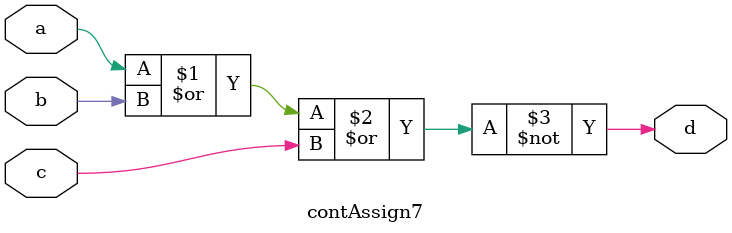
<source format=v>
module contAssign7(a, b, c, d);

  input a, b, c;
  output d;

assign d = ~(a | b | c);
endmodule

</source>
